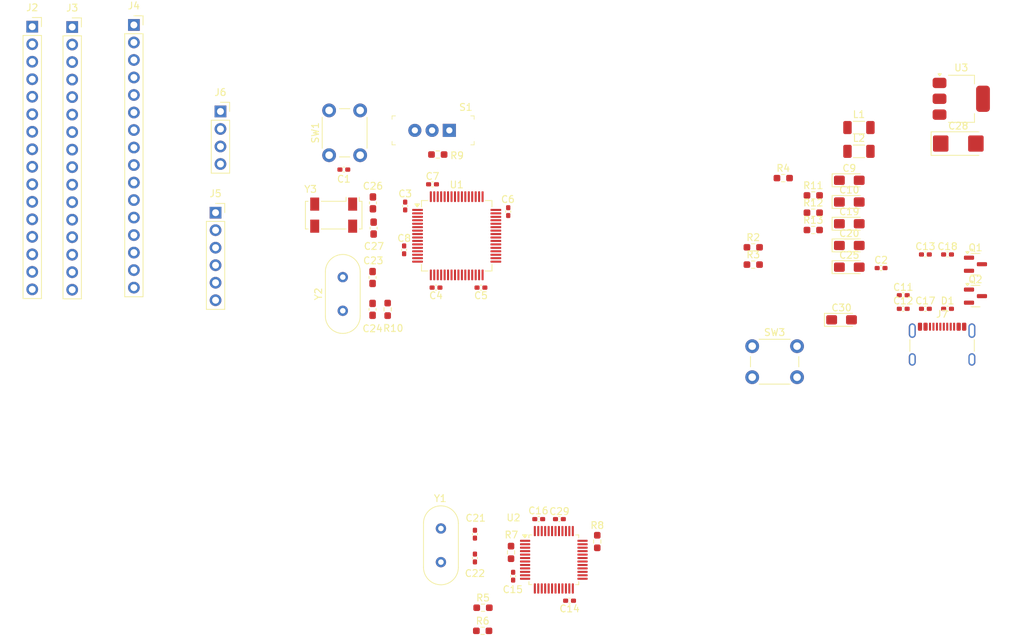
<source format=kicad_pcb>
(kicad_pcb (version 20241229) (generator "pcbnew") (generator_version "9.0")
  (title_block (date "2025-05-01") (rev "v0.1") (comment 4 "Author: Alvin La"))
  (layers (0 "F.Cu" signal) (4 "In1.Cu" signal) (6 "In2.Cu" signal) (2 "B.Cu" signal) (13 "F.Paste" user) (15 "B.Paste" user) (5 "F.SilkS" user "F.Silkscreen") (7 "B.SilkS" user "B.Silkscreen") (1 "F.Mask" user) (3 "B.Mask" user) (25 "Edge.Cuts" user))
  (net 0 "")
  (net 1 "/NRST")
  (net 2 "GND")
  (net 3 "/PC13")
  (net 4 "+3.3V")
  (net 5 "+5V")
  (net 6 "/VPLL")
  (net 7 "/VPHY")
  (net 8 "/OSC_IN")
  (net 9 "/OSC32_OUT")
  (net 10 "Net-(Q1-S)")
  (net 11 "Net-(D1-A)")
  (net 12 "/PA2")
  (net 13 "/PA7")
  (net 14 "/USART1_TX")
  (net 15 "/PA0")
  (net 16 "/PA6")
  (net 17 "/PA5")
  (net 18 "/PA11")
  (net 19 "/PA4")
  (net 20 "/PA1")
  (net 21 "/SWDIO")
  (net 22 "/PA8")
  (net 23 "/PA15")
  (net 24 "/PA12")
  (net 25 "/USART1_RX")
  (net 26 "/PA3")
  (net 27 "/SWCLK")
  (net 28 "/PB1")
  (net 29 "/PB5")
  (net 30 "/PB14")
  (net 31 "/PB7")
  (net 32 "/PB6")
  (net 33 "/PB15")
  (net 34 "/PB10")
  (net 35 "/PB2")
  (net 36 "/PB4")
  (net 37 "/PB12")
  (net 38 "/PB11")
  (net 39 "/PB13")
  (net 40 "/PB9")
  (net 41 "/PB0")
  (net 42 "/PB8")
  (net 43 "/PB3")
  (net 44 "/PC12")
  (net 45 "/PC1")
  (net 46 "/PC10")
  (net 47 "/PC11")
  (net 48 "/PD2")
  (net 49 "/PC7")
  (net 50 "/PC0")
  (net 51 "/PC9")
  (net 52 "/PC6")
  (net 53 "/PC5")
  (net 54 "/PC2")
  (net 55 "/PC4")
  (net 56 "/PC3")
  (net 57 "/PC8")
  (net 59 "/VIN")
  (net 60 "/D+")
  (net 61 "/D-")
  (net 63 "Net-(J7-CC1)")
  (net 64 "Net-(J7-CC2)")
  (net 66 "/OSC_OUT")
  (net 86 "/OSC32_IN")
  (net 87 "/OSC_OUT_R")
  (net 88 "/BOOT0")
  (net 89 "/SW_R")
  (net 90 "/XCSI")
  (net 91 "/XCSO")
  (net 92 "/VCCA")
  (net 93 "/VCCCORE")
  (net 94 "/DM")
  (net 95 "/DP")
  (net 96 "/REF")
  (net 97 "/RESET")
  (footprint "Connector_PinSocket_2.54mm:PinSocket_1x04_P2.54mm_Vertical" (layer "F.Cu") (at 48.26 69.088)
    (property "Reference" "J6" (at 0 -2.77 0) (layer "F.SilkS"))
    (property "Value" "Conn_01x04")
    (pad "1" thru_hole rect (at 0 0) (size 1.7 1.7) (drill 1) (layers "*.Cu" "*.Mask") (net 27 "/SWCLK"))
    (pad "2" thru_hole oval (at 0 2.54) (size 1.7 1.7) (drill 1) (layers "*.Cu" "*.Mask") (net 21 "/SWDIO"))
    (pad "3" thru_hole oval (at 0 5.08) (size 1.7 1.7) (drill 1) (layers "*.Cu" "*.Mask") (net 2 "GND"))
    (pad "4" thru_hole oval (at 0 7.62) (size 1.7 1.7) (drill 1) (layers "*.Cu" "*.Mask") (net 4 "+3.3V"))
  )
  (footprint "Resistor_SMD:R_0603_1608Metric_Pad0.98x0.95mm_HandSolder" (layer "F.Cu") (at 90.3732 133.0452 90)
    (property "Reference" "R7" (at 2.54 0.0508 180) (layer "F.SilkS"))
    (property "Value" "12k" (hide yes))
    (pad "1" smd roundrect (at -0.9125 0 90) (size 0.975 0.95) (layers "F.Cu" "F.Mask" "F.Paste") (net 96 "/REF"))
    (pad "2" smd roundrect (at 0.9125 0 90) (size 0.975 0.95) (layers "F.Cu" "F.Mask" "F.Paste") (net 2 "GND"))
  )
  (footprint "Connector_PinSocket_2.54mm:PinSocket_1x06_P2.54mm_Vertical" (layer "F.Cu") (at 47.5488 83.7692)
    (property "Reference" "J5" (at 0 -2.77 0) (layer "F.SilkS"))
    (property "Value" "Conn_01x06")
    (pad "1" thru_hole rect (at 0 0) (size 1.7 1.7) (drill 1) (layers "*.Cu" "*.Mask") (net 1 "/NRST"))
    (pad "2" thru_hole oval (at 0 2.54) (size 1.7 1.7) (drill 1) (layers "*.Cu" "*.Mask") (net 5 "+5V"))
    (pad "3" thru_hole oval (at 0 5.08) (size 1.7 1.7) (drill 1) (layers "*.Cu" "*.Mask") (net 4 "+3.3V"))
    (pad "4" thru_hole oval (at 0 7.62) (size 1.7 1.7) (drill 1) (layers "*.Cu" "*.Mask") (net 2 "GND"))
    (pad "5" thru_hole oval (at 0 10.16) (size 1.7 1.7) (drill 1) (layers "*.Cu" "*.Mask") (net 2 "GND"))
    (pad "6" thru_hole oval (at 0 12.7) (size 1.7 1.7) (drill 1) (layers "*.Cu" "*.Mask") (net 59 "/VIN"))
  )
  (footprint "Capacitor_SMD:C_0402_1005Metric_Pad0.74x0.62mm_HandSolder" (layer "F.Cu") (at 75.0316 82.804 90)
    (property "Reference" "C3" (at 1.778 0 180) (layer "F.SilkS"))
    (property "Value" "100n" (hide yes))
    (pad "1" smd roundrect (at -0.5675 0 90) (size 0.735 0.62) (layers "F.Cu" "F.Mask" "F.Paste") (net 4 "+3.3V"))
    (pad "2" smd roundrect (at 0.5675 0 90) (size 0.735 0.62) (layers "F.Cu" "F.Mask" "F.Paste") (net 2 "GND"))
  )
  (footprint "Connector_PinSocket_2.54mm:PinSocket_1x16_P2.54mm_Vertical" (layer "F.Cu") (at 35.7124 56.5404)
    (property "Reference" "J4" (at 0 -2.77 0) (layer "F.SilkS"))
    (property "Value" "Conn_01x16")
    (pad "1" thru_hole rect (at 0 0) (size 1.7 1.7) (drill 1) (layers "*.Cu" "*.Mask") (net 50 "/PC0"))
    (pad "2" thru_hole oval (at 0 2.54) (size 1.7 1.7) (drill 1) (layers "*.Cu" "*.Mask") (net 45 "/PC1"))
    (pad "3" thru_hole oval (at 0 5.08) (size 1.7 1.7) (drill 1) (layers "*.Cu" "*.Mask") (net 54 "/PC2"))
    (pad "4" thru_hole oval (at 0 7.62) (size 1.7 1.7) (drill 1) (layers "*.Cu" "*.Mask") (net 56 "/PC3"))
    (pad "5" thru_hole oval (at 0 10.16) (size 1.7 1.7) (drill 1) (layers "*.Cu" "*.Mask") (net 55 "/PC4"))
    (pad "6" thru_hole oval (at 0 12.7) (size 1.7 1.7) (drill 1) (layers "*.Cu" "*.Mask") (net 53 "/PC5"))
    (pad "7" thru_hole oval (at 0 15.24) (size 1.7 1.7) (drill 1) (layers "*.Cu" "*.Mask") (net 52 "/PC6"))
    (pad "8" thru_hole oval (at 0 17.78) (size 1.7 1.7) (drill 1) (layers "*.Cu" "*.Mask") (net 49 "/PC7"))
    (pad "9" thru_hole oval (at 0 20.32) (size 1.7 1.7) (drill 1) (layers "*.Cu" "*.Mask") (net 57 "/PC8"))
    (pad "10" thru_hole oval (at 0 22.86) (size 1.7 1.7) (drill 1) (layers "*.Cu" "*.Mask") (net 51 "/PC9"))
    (pad "11" thru_hole oval (at 0 25.4) (size 1.7 1.7) (drill 1) (layers "*.Cu" "*.Mask") (net 46 "/PC10"))
    (pad "12" thru_hole oval (at 0 27.94) (size 1.7 1.7) (drill 1) (layers "*.Cu" "*.Mask") (net 47 "/PC11"))
    (pad "13" thru_hole oval (at 0 30.48) (size 1.7 1.7) (drill 1) (layers "*.Cu" "*.Mask") (net 44 "/PC12"))
    (pad "14" thru_hole oval (at 0 33.02) (size 1.7 1.7) (drill 1) (layers "*.Cu" "*.Mask") (net 3 "/PC13"))
    (pad "15" thru_hole oval (at 0 35.56) (size 1.7 1.7) (drill 1) (layers "*.Cu" "*.Mask"))
    (pad "16" thru_hole oval (at 0 38.1) (size 1.7 1.7) (drill 1) (layers "*.Cu" "*.Mask") (net 48 "/PD2"))
  )
  (footprint "Resistor_SMD:R_0603_1608Metric_Pad0.98x0.95mm_HandSolder" (layer "F.Cu") (at 129.8268 78.754)
    (property "Reference" "R4" (at 0 -1.43 0) (layer "F.SilkS"))
    (property "Value" "5k1")
    (pad "1" smd roundrect (at -0.9125 0) (size 0.975 0.95) (layers "F.Cu" "F.Mask" "F.Paste") (net 2 "GND"))
    (pad "2" smd roundrect (at 0.9125 0) (size 0.975 0.95) (layers "F.Cu" "F.Mask" "F.Paste") (net 64 "Net-(J7-CC2)"))
  )
  (footprint "Resistor_SMD:R_0603_1608Metric_Pad0.98x0.95mm_HandSolder" (layer "F.Cu") (at 86.3111 141.0716)
    (property "Reference" "R5" (at 0 -1.43 0) (layer "F.SilkS"))
    (property "Value" "22" (hide yes))
    (pad "1" smd roundrect (at -0.9125 0) (size 0.975 0.95) (layers "F.Cu" "F.Mask" "F.Paste") (net 94 "/DM"))
    (pad "2" smd roundrect (at 0.9125 0) (size 0.975 0.95) (layers "F.Cu" "F.Mask" "F.Paste") (net 61 "/D-"))
  )
  (footprint "Resistor_SMD:R_0603_1608Metric_Pad0.98x0.95mm_HandSolder" (layer "F.Cu") (at 134.1768 81.264)
    (property "Reference" "R11" (at 0 -1.43 0) (layer "F.SilkS"))
    (property "Value" "100k")
    (pad "1" smd roundrect (at -0.9125 0) (size 0.975 0.95) (layers "F.Cu" "F.Mask" "F.Paste") (net 2 "GND"))
    (pad "2" smd roundrect (at 0.9125 0) (size 0.975 0.95) (layers "F.Cu" "F.Mask" "F.Paste") (net 5 "+5V"))
  )
  (footprint "Capacitor_SMD:C_0402_1005Metric_Pad0.74x0.62mm_HandSolder" (layer "F.Cu") (at 98.8568 140.0556 180)
    (property "Reference" "C14" (at 0 -1.16 0) (layer "F.SilkS"))
    (property "Value" "100n" (hide yes))
    (pad "1" smd roundrect (at -0.5675 0 180) (size 0.735 0.62) (layers "F.Cu" "F.Mask" "F.Paste") (net 4 "+3.3V"))
    (pad "2" smd roundrect (at 0.5675 0 180) (size 0.735 0.62) (layers "F.Cu" "F.Mask" "F.Paste") (net 2 "GND"))
  )
  (footprint "Inductor_SMD:L_1206_3216Metric_Pad1.22x1.90mm_HandSolder" (layer "F.Cu") (at 140.7968 71.424)
    (property "Reference" "L1" (at 0 -1.9 0) (layer "F.SilkS"))
    (property "Value" "600R/0.5A")
    (pad "1" smd roundrect (at -1.6625 0) (size 1.225 1.9) (layers "F.Cu" "F.Mask" "F.Paste") (roundrect_rratio 0.204082) (net 4 "+3.3V"))
    (pad "2" smd roundrect (at 1.6625 0) (size 1.225 1.9) (layers "F.Cu" "F.Mask" "F.Paste") (roundrect_rratio 0.204082) (net 6 "/VPLL"))
  )
  (footprint "Resistor_SMD:R_0603_1608Metric_Pad0.98x0.95mm_HandSolder" (layer "F.Cu") (at 125.4768 88.794)
    (property "Reference" "R2" (at 0 -1.43 0) (layer "F.SilkS"))
    (property "Value" "10k")
    (pad "1" smd roundrect (at -0.9125 0) (size 0.975 0.95) (layers "F.Cu" "F.Mask" "F.Paste") (net 3 "/PC13"))
    (pad "2" smd roundrect (at 0.9125 0) (size 0.975 0.95) (layers "F.Cu" "F.Mask" "F.Paste") (net 4 "+3.3V"))
  )
  (footprint "Button_Switch_THT:SW_PUSH_6mm_H5mm" (layer "F.Cu") (at 125.3268 103.134)
    (property "Reference" "SW3" (at 3.25 -2 0) (layer "F.SilkS"))
    (property "Value" "SW_Push")
    (pad "1" thru_hole circle (at 0 0 90) (size 2 2) (drill 1.1) (layers "*.Cu" "*.Mask") (net 2 "GND"))
    (pad "1" thru_hole circle (at 6.5 0 90) (size 2 2) (drill 1.1) (layers "*.Cu" "*.Mask") (net 2 "GND"))
    (pad "2" thru_hole circle (at 0 4.5 90) (size 2 2) (drill 1.1) (layers "*.Cu" "*.Mask") (net 3 "/PC13"))
    (pad "2" thru_hole circle (at 6.5 4.5 90) (size 2 2) (drill 1.1) (layers "*.Cu" "*.Mask") (net 3 "/PC13"))
  )
  (footprint "Package_TO_SOT_SMD:SOT-223-3_TabPin2" (layer "F.Cu") (at 155.6268 67.249)
    (property "Reference" "U3" (at 0 -4.5 0) (layer "F.SilkS"))
    (property "Value" "AMS1117-3.3")
    (pad "1" smd roundrect (at -3.15 -2.3) (size 2 1.5) (layers "F.Cu" "F.Mask" "F.Paste") (net 2 "GND"))
    (pad "2" smd roundrect (at -3.15 0) (size 2 1.5) (layers "F.Cu" "F.Mask" "F.Paste") (net 4 "+3.3V"))
    (pad "2" smd roundrect (at 3.15 0) (size 2 3.8) (layers "F.Cu" "F.Mask" "F.Paste") (net 4 "+3.3V"))
    (pad "3" smd roundrect (at -3.15 2.3) (size 2 1.5) (layers "F.Cu" "F.Mask" "F.Paste") (net 10 "Net-(Q1-S)"))
  )
  (footprint "Capacitor_SMD:C_0402_1005Metric_Pad0.74x0.62mm_HandSolder" (layer "F.Cu") (at 97.3836 128.2192 180)
    (property "Reference" "C29" (at 0 1.1176 0) (layer "F.SilkS"))
    (property "Value" "100n" (hide yes))
    (pad "1" smd roundrect (at -0.5675 0 180) (size 0.735 0.62) (layers "F.Cu" "F.Mask" "F.Paste") (net 5 "+5V"))
    (pad "2" smd roundrect (at 0.5675 0 180) (size 0.735 0.62) (layers "F.Cu" "F.Mask" "F.Paste") (net 2 "GND"))
  )
  (footprint "Capacitor_SMD:C_0402_1005Metric_Pad0.74x0.62mm_HandSolder" (layer "F.Cu") (at 147.2168 97.714)
    (property "Reference" "C12" (at 0 -1.16 0) (layer "F.SilkS"))
    (property "Value" "100n")
    (pad "1" smd roundrect (at -0.5675 0) (size 0.735 0.62) (layers "F.Cu" "F.Mask" "F.Paste") (net 2 "GND"))
    (pad "2" smd roundrect (at 0.5675 0) (size 0.735 0.62) (layers "F.Cu" "F.Mask" "F.Paste") (net 92 "/VCCA"))
  )
  (footprint "Inductor_SMD:L_1206_3216Metric_Pad1.22x1.90mm_HandSolder" (layer "F.Cu") (at 140.7968 74.874)
    (property "Reference" "L2" (at 0 -1.9 0) (layer "F.SilkS"))
    (property "Value" "600R/0.5A")
    (pad "1" smd roundrect (at -1.6625 0) (size 1.225 1.9) (layers "F.Cu" "F.Mask" "F.Paste") (roundrect_rratio 0.204082) (net 4 "+3.3V"))
    (pad "2" smd roundrect (at 1.6625 0) (size 1.225 1.9) (layers "F.Cu" "F.Mask" "F.Paste") (roundrect_rratio 0.204082) (net 7 "/VPHY"))
  )
  (footprint "Capacitor_SMD:C_0402_1005Metric_Pad0.74x0.62mm_HandSolder" (layer "F.Cu") (at 153.6368 89.834)
    (property "Reference" "C18" (at 0 -1.16 0) (layer "F.SilkS"))
    (property "Value" "100n")
    (pad "1" smd roundrect (at -0.5675 0) (size 0.735 0.62) (layers "F.Cu" "F.Mask" "F.Paste") (net 7 "/VPHY"))
    (pad "2" smd roundrect (at 0.5675 0) (size 0.735 0.62) (layers "F.Cu" "F.Mask" "F.Paste") (net 2 "GND"))
  )
  (footprint "Capacitor_SMD:C_0402_1005Metric_Pad0.74x0.62mm_HandSolder" (layer "F.Cu") (at 79.502 94.6404 180)
    (property "Reference" "C4" (at 0 -1.16 0) (layer "F.SilkS"))
    (property "Value" "100n")
    (pad "1" smd roundrect (at -0.5675 0 180) (size 0.735 0.62) (layers "F.Cu" "F.Mask" "F.Paste") (net 4 "+3.3V"))
    (pad "2" smd roundrect (at 0.5675 0 180) (size 0.735 0.62) (layers "F.Cu" "F.Mask" "F.Paste") (net 2 "GND"))
  )
  (footprint "Capacitor_SMD:C_0402_1005Metric_Pad0.74x0.62mm_HandSolder" (layer "F.Cu") (at 85.1408 130.4036 90)
    (property "Reference" "C21" (at 2.3368 0.1016 180) (layer "F.SilkS"))
    (property "Value" "27p")
    (pad "1" smd roundrect (at -0.5675 0 90) (size 0.735 0.62) (layers "F.Cu" "F.Mask" "F.Paste") (net 90 "/XCSI"))
    (pad "2" smd roundrect (at 0.5675 0 90) (size 0.735 0.62) (layers "F.Cu" "F.Mask" "F.Paste") (net 2 "GND"))
  )
  (footprint "Crystal:Crystal_HC49-4H_Vertical" (layer "F.Cu") (at 80.2132 129.5792 -90)
    (property "Reference" "Y1" (at -4.3572 0.1016 180) (layer "F.SilkS"))
    (property "Value" "12MHz")
    (pad "1" thru_hole circle (at 0 0 270) (size 1.5 1.5) (drill 0.8) (layers "*.Cu" "*.Mask") (net 90 "/XCSI"))
    (pad "2" thru_hole circle (at 4.88 0 270) (size 1.5 1.5) (drill 0.8) (layers "*.Cu" "*.Mask") (net 91 "/XCSO"))
  )
  (footprint "Resistor_SMD:R_0603_1608Metric_Pad0.98x0.95mm_HandSolder" (layer "F.Cu") (at 102.87 131.4704 90)
    (property "Reference" "R8" (at 2.3368 0 180) (layer "F.SilkS"))
    (property "Value" "10k" (hide yes))
    (pad "1" smd roundrect (at -0.9125 0 90) (size 0.975 0.95) (layers "F.Cu" "F.Mask" "F.Paste") (net 97 "/RESET"))
    (pad "2" smd roundrect (at 0.9125 0 90) (size 0.975 0.95) (layers "F.Cu" "F.Mask" "F.Paste") (net 4 "+3.3V"))
  )
  (footprint "Capacitor_Tantalum_SMD:CP_EIA-3216-18_Kemet-A_Pad1.58x1.35mm_HandSolder" (layer "F.Cu") (at 138.2776 99.314)
    (property "Reference" "C30" (at 0 -1.75 0) (layer "F.SilkS"))
    (property "Value" "4.7u")
    (pad "1" smd roundrect (at -1.4375 0) (size 1.575 1.35) (layers "F.Cu" "F.Mask" "F.Paste") (roundrect_rratio 0.185185) (net 5 "+5V"))
    (pad "2" smd roundrect (at 1.4375 0) (size 1.575 1.35) (layers "F.Cu" "F.Mask" "F.Paste") (roundrect_rratio 0.185185) (net 2 "GND"))
  )
  (footprint "Resistor_SMD:R_0603_1608Metric_Pad0.98x0.95mm_HandSolder" (layer "F.Cu") (at 125.4768 91.304)
    (property "Reference" "R3" (at 0 -1.43 0) (layer "F.SilkS"))
    (property "Value" "5k1")
    (pad "1" smd roundrect (at -0.9125 0) (size 0.975 0.95) (layers "F.Cu" "F.Mask" "F.Paste") (net 63 "Net-(J7-CC1)"))
    (pad "2" smd roundrect (at 0.9125 0) (size 0.975 0.95) (layers "F.Cu" "F.Mask" "F.Paste") (net 2 "GND"))
  )
  (footprint "Capacitor_SMD:C_0402_1005Metric_Pad0.74x0.62mm_HandSolder" (layer "F.Cu") (at 74.8792 89.1627 90)
    (property "Reference" "C8" (at 1.6851 0 180) (layer "F.SilkS"))
    (property "Value" "10n" (hide yes))
    (pad "1" smd roundrect (at -0.5675 0 90) (size 0.735 0.62) (layers "F.Cu" "F.Mask" "F.Paste") (net 4 "+3.3V"))
    (pad "2" smd roundrect (at 0.5675 0 90) (size 0.735 0.62) (layers "F.Cu" "F.Mask" "F.Paste") (net 2 "GND"))
  )
  (footprint "Resistor_SMD:R_0603_1608Metric_Pad0.98x0.95mm_HandSolder" (layer "F.Cu") (at 86.2603 144.4244)
    (property "Reference" "R6" (at 0 -1.43 0) (layer "F.SilkS"))
    (property "Value" "22" (hide yes))
    (pad "1" smd roundrect (at -0.9125 0) (size 0.975 0.95) (layers "F.Cu" "F.Mask" "F.Paste") (net 95 "/DP"))
    (pad "2" smd roundrect (at 0.9125 0) (size 0.975 0.95) (layers "F.Cu" "F.Mask" "F.Paste") (net 60 "/D+"))
  )
  (footprint "Capacitor_SMD:C_0603_1608Metric_Pad1.08x0.95mm_HandSolder" (layer "F.Cu") (at 70.3569 82.349 90)
    (property "Reference" "C26" (at 2.4406 0.0011 180) (layer "F.SilkS"))
    (property "Value" "6p")
    (pad "1" smd roundrect (at -0.8625 0 90) (size 1.075 0.95) (layers "F.Cu" "F.Mask" "F.Paste") (net 86 "/OSC32_IN"))
    (pad "2" smd roundrect (at 0.8625 0 90) (size 1.075 0.95) (layers "F.Cu" "F.Mask" "F.Paste") (net 2 "GND"))
  )
  (footprint "Capacitor_SMD:C_0402_1005Metric_Pad0.74x0.62mm_HandSolder" (layer "F.Cu") (at 150.4268 97.714)
    (property "Reference" "C17" (at 0 -1.16 0) (layer "F.SilkS"))
    (property "Value" "100n")
    (pad "1" smd roundrect (at -0.5675 0) (size 0.735 0.62) (layers "F.Cu" "F.Mask" "F.Paste") (net 6 "/VPLL"))
    (pad "2" smd roundrect (at 0.5675 0) (size 0.735 0.62) (layers "F.Cu" "F.Mask" "F.Paste") (net 2 "GND"))
  )
  (footprint "Connector_USB:USB_C_Receptacle_GCT_USB4105-xx-A_16P_TopMnt_Horizontal" (layer "F.Cu") (at 152.8468 103.984)
    (property "Reference" "J7" (at 0 -5.5 0) (layer "F.SilkS"))
    (property "Value" "USB_C_Receptacle_USB2.0_16P")
    (pad "" np_thru_hole circle (at -2.89 -2.605) (size 0.65 0.65) (drill 0.65) (layers "F&B.Cu" "*.Mask"))
    (pad "" np_thru_hole circle (at 2.89 -2.605) (size 0.65 0.65) (drill 0.65) (layers "F&B.Cu" "*.Mask"))
    (pad "A1" smd roundrect (at -3.2 -3.68) (size 0.6 1.15) (layers "F.Cu" "F.Mask" "F.Paste") (net 2 "GND"))
    (pad "A4" smd roundrect (at -2.4 -3.68) (size 0.6 1.15) (layers "F.Cu" "F.Mask" "F.Paste") (net 5 "+5V"))
    (pad "A5" smd roundrect (at -1.25 -3.68) (size 0.3 1.15) (layers "F.Cu" "F.Mask" "F.Paste") (net 63 "Net-(J7-CC1)"))
    (pad "A6" smd roundrect (at -0.25 -3.68) (size 0.3 1.15) (layers "F.Cu" "F.Mask" "F.Paste") (net 60 "/D+"))
    (pad "A7" smd roundrect (at 0.25 -3.68) (size 0.3 1.15) (layers "F.Cu" "F.Mask" "F.Paste") (net 61 "/D-"))
    (pad "A8" smd roundrect (at 1.25 -3.68) (size 0.3 1.15) (layers "F.Cu" "F.Mask" "F.Paste"))
    (pad "A9" smd roundrect (at 2.4 -3.68) (size 0.6 1.15) (layers "F.Cu" "F.Mask" "F.Paste") (net 5 "+5V"))
    (pad "A12" smd roundrect (at 3.2 -3.68) (size 0.6 1.15) (layers "F.Cu" "F.Mask" "F.Paste") (net 2 "GND"))
    (pad "B1" smd roundrect (at 3.2 -3.68) (size 0.6 1.15) (layers "F.Cu" "F.Mask" "F.Paste") (net 2 "GND"))
    (pad "B4" smd roundrect (at 2.4 -3.68) (size 0.6 1.15) (layers "F.Cu" "F.Mask" "F.Paste") (net 5 "+5V"))
    (pad "B5" smd roundrect (at 1.75 -3.68) (size 0.3 1.15) (layers "F.Cu" "F.Mask" "F.Paste") (net 64 "Net-(J7-CC2)"))
    (pad "B6" smd roundrect (at 0.75 -3.68) (size 0.3 1.15) (layers "F.Cu" "F.Mask" "F.Paste") (net 60 "/D+"))
    (pad "B7" smd roundrect (at -0.75 -3.68) (size 0.3 1.15) (layers "F.Cu" "F.Mask" "F.Paste") (net 61 "/D-"))
    (pad "B8" smd roundrect (at -1.75 -3.68) (size 0.3 1.15) (layers "F.Cu" "F.Mask" "F.Paste"))
    (pad "B9" smd roundrect (at -2.4 -3.68) (size 0.6 1.15) (layers "F.Cu" "F.Mask" "F.Paste") (net 5 "+5V"))
    (pad "B12" smd roundrect (at -3.2 -3.68) (size 0.6 1.15) (layers "F.Cu" "F.Mask" "F.Paste") (net 2 "GND"))
    (pad "S1" thru_hole oval (at -4.32 -3.105) (size 1 2.1) (drill oval 0.6 1.7) (property pad_prop_heatsink) (layers "*.Cu" "*.Mask" "F.Paste") (net 2 "GND"))
    (pad "S1" thru_hole oval (at -4.32 1.075) (size 1 1.8) (drill oval 0.6 1.4) (property pad_prop_heatsink) (layers "*.Cu" "*.Mask" "F.Paste") (net 2 "GND"))
    (pad "S1" thru_hole oval (at 4.32 -3.105) (size 1 2.1) (drill oval 0.6 1.7) (property pad_prop_heatsink) (layers "*.Cu" "*.Mask" "F.Paste") (net 2 "GND"))
    (pad "S1" thru_hole oval (at 4.32 1.075) (size 1 1.8) (drill oval 0.6 1.4) (property pad_prop_heatsink) (layers "*.Cu" "*.Mask" "F.Paste") (net 2 "GND"))
  )
  (footprint "Connector_PinSocket_2.54mm:PinSocket_1x16_P2.54mm_Vertical" (layer "F.Cu") (at 26.7716 56.8452)
    (property "Reference" "J3" (at 0 -2.77 0) (layer "F.SilkS"))
    (property "Value" "Conn_01x16")
    (pad "1" thru_hole rect (at 0 0) (size 1.7 1.7) (drill 1) (layers "*.Cu" "*.Mask") (net 41 "/PB0"))
    (pad "2" thru_hole oval (at 0 2.54) (size 1.7 1.7) (drill 1) (layers "*.Cu" "*.Mask") (net 28 "/PB1"))
    (pad "3" thru_hole oval (at 0 5.08) (size 1.7 1.7) (drill 1) (layers "*.Cu" "*.Mask") (net 35 "/PB2"))
    (pad "4" thru_hole oval (at 0 7.62) (size 1.7 1.7) (drill 1) (layers "*.Cu" "*.Mask") (net 43 "/PB3"))
    (pad "5" thru_hole oval (at 0 10.16) (size 1.7 1.7) (drill 1) (layers "*.Cu" "*.Mask") (net 36 "/PB4"))
    (pad "6" thru_hole oval (at 0 12.7) (size 1.7 1.7) (drill 1) (layers "*.Cu" "*.Mask") (net 29 "/PB5"))
    (pad "7" thru_hole oval (at 0 15.24) (size 1.7 1.7) (drill 1) (layers "*.Cu" "*.Mask") (net 32 "/PB6"))
    (pad "8" thru_hole oval (at 0 17.78) (size 1.7 1.7) (drill 1) (layers "*.Cu" "*.Mask") (net 31 "/PB7"))
    (pad "9" thru_hole oval (at 0 20.32) (size 1.7 1.7) (drill 1) (layers "*.Cu" "*.Mask") (net 42 "/PB8"))
    (pad "10" thru_hole oval (at 0 22.86) (size 1.7 1.7) (drill 1) (layers "*.Cu" "*.Mask") (net 40 "/PB9"))
    (pad "11" thru_hole oval (at 0 25.4) (size 1.7 1.7) (drill 1) (layers "*.Cu" "*.Mask") (net 34 "/PB10"))
    (pad "12" thru_hole oval (at 0 27.94) (size 1.7 1.7) (drill 1) (layers "*.Cu" "*.Mask") (net 38 "/PB11"))
    (pad "13" thru_hole oval (at 0 30.48) (size 1.7 1.7) (drill 1) (layers "*.Cu" "*.Mask") (net 37 "/PB12"))
    (pad "14" thru_hole oval (at 0 33.02) (size 1.7 1.7) (drill 1) (layers "*.Cu" "*.Mask") (net 39 "/PB13"))
    (pad "15" thru_hole oval (at 0 35.56) (size 1.7 1.7) (drill 1) (layers "*.Cu" "*.Mask") (net 30 "/PB14"))
    (pad "16" thru_hole oval (at 0 38.1) (size 1.7 1.7) (drill 1) (layers "*.Cu" "*.Mask") (net 33 "/PB15"))
  )
  (footprint "Crystal:Crystal_HC49-4H_Vertical" (layer "F.Cu") (at 65.9892 98.0002 90)
    (property "Reference" "Y2" (at 2.44 -3.525 90) (layer "F.SilkS"))
    (property "Value" "8MHz")
    (pad "1" thru_hole circle (at 0 0 90) (size 1.5 1.5) (drill 0.8) (layers "*.Cu" "*.Mask") (net 87 "/OSC_OUT_R"))
    (pad "2" thru_hole circle (at 4.88 0 90) (size 1.5 1.5) (drill 0.8) (layers "*.Cu" "*.Mask") (net 8 "/OSC_IN"))
  )
  (footprint "Button_Switch_THT:SW_PUSH_6mm_H5mm" (layer "F.Cu") (at 64.008 75.4356 90)
    (property "Reference" "SW1" (at 3.25 -2 90) (layer "F.SilkS"))
    (property "Value" "SW_Push")
    (pad "1" thru_hole circle (at 0 0 180) (size 2 2) (drill 1.1) (layers "*.Cu" "*.Mask") (net 2 "GND"))
    (pad "1" thru_hole circle (at 6.5 0 180) (size 2 2) (drill 1.1) (layers "*.Cu" "*.Mask") (net 2 "GND"))
    (pad "2" thru_hole circle (at 0 4.5 180) (size 2 2) (drill 1.1) (layers "*.Cu" "*.Mask") (net 1 "/NRST"))
    (pad "2" thru_hole circle (at 6.5 4.5 180) (size 2 2) (drill 1.1) (layers "*.Cu" "*.Mask") (net 1 "/NRST"))
  )
  (footprint "Package_TO_SOT_SMD:SOT-23" (layer "F.Cu") (at 157.6868 91.249)
    (property "Reference" "Q1" (at 0 -2.4 0) (layer "F.SilkS"))
    (property "Value" "DMP3099L")
    (pad "1" smd roundrect (at -0.9375 -0.95) (size 1.475 0.6) (layers "F.Cu" "F.Mask" "F.Paste") (net 5 "+5V"))
    (pad "2" smd roundrect (at -0.9375 0.95) (size 1.475 0.6) (layers "F.Cu" "F.Mask" "F.Paste") (net 10 "Net-(Q1-S)"))
    (pad "3" smd roundrect (at 0.9375 0) (size 1.475 0.6) (layers "F.Cu" "F.Mask" "F.Paste") (net 59 "/VIN"))
  )
  (footprint "Capacitor_SMD:C_0402_1005Metric_Pad0.74x0.62mm_HandSolder" (layer "F.Cu") (at 86.0131 94.6404 180)
    (property "Reference" "C5" (at 0 -1.16 0) (layer "F.SilkS"))
    (property "Value" "100n")
    (pad "1" smd roundrect (at -0.5675 0 180) (size 0.735 0.62) (layers "F.Cu" "F.Mask" "F.Paste") (net 4 "+3.3V"))
    (pad "2" smd roundrect (at 0.5675 0 180) (size 0.735 0.62) (layers "F.Cu" "F.Mask" "F.Paste") (net 2 "GND"))
  )
  (footprint "Capacitor_SMD:C_0402_1005Metric_Pad0.74x0.62mm_HandSolder" (layer "F.Cu") (at 89.9668 83.6168 -90)
    (property "Reference" "C6" (at -1.778 0.0508 180) (layer "F.SilkS"))
    (property "Value" "100n" (hide yes))
    (pad "1" smd roundrect (at -0.5675 0 270) (size 0.735 0.62) (layers "F.Cu" "F.Mask" "F.Paste") (net 4 "+3.3V"))
    (pad "2" smd roundrect (at 0.5675 0 270) (size 0.735 0.62) (layers "F.Cu" "F.Mask" "F.Paste") (net 2 "GND"))
  )
  (footprint "Package_QFP:LQFP-64_10x10mm_P0.5mm" (layer "F.Cu") (at 82.4992 87.122)
    (property "Reference" "U1" (at 0 -7.4 0) (layer "F.SilkS"))
    (property "Value" "STM32F030RCTx")
    (pad "1" smd roundrect (at -5.675 -3.75) (size 1.55 0.3) (layers "F.Cu" "F.Mask" "F.Paste") (net 4 "+3.3V"))
    (pad "2" smd roundrect (at -5.675 -3.25) (size 1.55 0.3) (layers "F.Cu" "F.Mask" "F.Paste") (net 3 "/PC13"))
    (pad "3" smd roundrect (at -5.675 -2.75) (size 1.55 0.3) (layers "F.Cu" "F.Mask" "F.Paste") (net 86 "/OSC32_IN"))
    (pad "4" smd roundrect (at -5.675 -2.25) (size 1.55 0.3) (layers "F.Cu" "F.Mask" "F.Paste") (net 9 "/OSC32_OUT"))
    (pad "5" smd roundrect (at -5.675 -1.75) (size 1.55 0.3) (layers "F.Cu" "F.Mask" "F.Paste") (net 8 "/OSC_IN"))
    (pad "6" smd roundrect (at -5.675 -1.25) (size 1.55 0.3) (layers "F.Cu" "F.Mask" "F.Paste") (net 66 "/OSC_OUT"))
    (pad "7" smd roundrect (at -5.675 -0.75) (size 1.55 0.3) (layers "F.Cu" "F.Mask" "F.Paste") (net 1 "/NRST"))
    (pad "8" smd roundrect (at -5.675 -0.25) (size 1.55 0.3) (layers "F.Cu" "F.Mask" "F.Paste") (net 50 "/PC0"))
    (pad "9" smd roundrect (at -5.675 0.25) (size 1.55 0.3) (layers "F.Cu" "F.Mask" "F.Paste") (net 45 "/PC1"))
    (pad "10" smd roundrect (at -5.675 0.75) (size 1.55 0.3) (layers "F.Cu" "F.Mask" "F.Paste") (net 54 "/PC2"))
    (pad "11" smd roundrect (at -5.675 1.25) (size 1.55 0.3) (layers "F.Cu" "F.Mask" "F.Paste") (net 56 "/PC3"))
    (pad "12" smd roundrect (at -5.675 1.75) (size 1.55 0.3) (layers "F.Cu" "F.Mask" "F.Paste") (net 2 "GND"))
    (pad "13" smd roundrect (at -5.675 2.25) (size 1.55 0.3) (layers "F.Cu" "F.Mask" "F.Paste") (net 4 "+3.3V"))
    (pad "14" smd roundrect (at -5.675 2.75) (size 1.55 0.3) (layers "F.Cu" "F.Mask" "F.Paste") (net 15 "/PA0"))
    (pad "15" smd roundrect (at -5.675 3.25) (size 1.55 0.3) (layers "F.Cu" "F.Mask" "F.Paste") (net 20 "/PA1"))
    (pad "16" smd roundrect (at -5.675 3.75) (size 1.55 0.3) (layers "F.Cu" "F.Mask" "F.Paste") (net 12 "/PA2"))
    (pad "17" smd roundrect (at -3.75 5.675) (size 0.3 1.55) (layers "F.Cu" "F.Mask" "F.Paste") (net 26 "/PA3"))
    (pad "18" smd roundrect (at -3.25 5.675) (size 0.3 1.55) (layers "F.Cu" "F.Mask" "F.Paste") (net 2 "GND"))
    (pad "19" smd roundrect (at -2.75 5.675) (size 0.3 1.55) (layers "F.Cu" "F.Mask" "F.Paste") (net 4 "+3.3V"))
    (pad "20" smd roundrect (at -2.25 5.675) (size 0.3 1.55) (layers "F.Cu" "F.Mask" "F.Paste") (net 19 "/PA4"))
    (pad "21" smd roundrect (at -1.75 5.675) (size 0.3 1.55) (layers "F.Cu" "F.Mask" "F.Paste") (net 17 "/PA5"))
    (pad "22" smd roundrect (at -1.25 5.675) (size 0.3 1.55) (layers "F.Cu" "F.Mask" "F.Paste") (net 16 "/PA6"))
    (pad "23" smd roundrect (at -0.75 5.675) (size 0.3 1.55) (layers "F.Cu" "F.Mask" "F.Paste") (net 13 "/PA7"))
    (pad "24" smd roundrect (at -0.25 5.675) (size 0.3 1.55) (layers "F.Cu" "F.Mask" "F.Paste") (net 55 "/PC4"))
    (pad "25" smd roundrect (at 0.25 5.675) (size 0.3 1.55) (layers "F.Cu" "F.Mask" "F.Paste") (net 53 "/PC5"))
    (pad "26" smd roundrect (at 0.75 5.675) (size 0.3 1.55) (layers "F.Cu" "F.Mask" "F.Paste") (net 41 "/PB0"))
    (pad "27" smd roundrect (at 1.25 5.675) (size 0.3 1.55) (layers "F.Cu" "F.Mask" "F.Paste") (net 28 "/PB1"))
    (pad "28" smd roundrect (at 1.75 5.675) (size 0.3 1.55) (layers "F.Cu" "F.Mask" "F.Paste") (net 35 "/PB2"))
    (pad "29" smd roundrect (at 2.25 5.675) (size 0.3 1.55) (layers "F.Cu" "F.Mask" "F.Paste") (net 34 "/PB10"))
    (pad "30" smd roundrect (at 2.75 5.675) (size 0.3 1.55) (layers "F.Cu" "F.Mask" "F.Paste") (net 38 "/PB11"))
    (pad "31" smd roundrect (at 3.25 5.675) (size 0.3 1.55) (layers "F.Cu" "F.Mask" "F.Paste") (net 2 "GND"))
    (pad "32" smd roundrect (at 3.75 5.675) (size 0.3 1.55) (layers "F.Cu" "F.Mask" "F.Paste") (net 4 "+3.3V"))
    (pad "33" smd roundrect (at 5.675 3.75) (size 1.55 0.3) (layers "F.Cu" "F.Mask" "F.Paste") (net 37 "/PB12"))
    (pad "34" smd roundrect (at 5.675 3.25) (size 1.55 0.3) (layers "F.Cu" "F.Mask" "F.Paste") (net 39 "/PB13"))
    (pad "35" smd roundrect (at 5.675 2.75) (size 1.55 0.3) (layers "F.Cu" "F.Mask" "F.Paste") (net 30 "/PB14"))
    (pad "36" smd roundrect (at 5.675 2.25) (size 1.55 0.3) (layers "F.Cu" "F.Mask" "F.Paste") (net 33 "/PB15"))
    (pad "37" smd roundrect (at 5.675 1.75) (size 1.55 0.3) (layers "F.Cu" "F.Mask" "F.Paste") (net 52 "/PC6"))
    (pad "38" smd roundrect (at 5.675 1.25) (size 1.55 0.3) (layers "F.Cu" "F.Mask" "F.Paste") (net 49 "/PC7"))
    (pad "39" smd roundrect (at 5.675 0.75) (size 1.55 0.3) (layers "F.Cu" "F.Mask" "F.Paste") (net 57 "/PC8"))
    (pad "40" smd roundrect (at 5.675 0.25) (size 1.55 0.3) (layers "F.Cu" "F.Mask" "F.Paste") (net 51 "/PC9"))
    (pad "41" smd roundrect (at 5.675 -0.25) (size 1.55 0.3) (layers "F.Cu" "F.Mask" "F.Paste") (net 22 "/PA8"))
    (pad "42" smd roundrect (at 5.675 -0.75) (size 1.55 0.3) (layers "F.Cu" "F.Mask" "F.Paste") (net 14 "/USART1_TX"))
    (pad "43" smd roundrect (at 5.675 -1.25) (size 1.55 0.3) (layers "F.Cu" "F.Mask" "F.Paste") (net 25 "/USART1_RX"))
    (pad "44" smd roundrect (at 5.675 -1.75) (size 1.55 0.3) (layers "F.Cu" "F.Mask" "F.Paste") (net 18 "/PA11"))
    (pad "45" smd roundrect (at 5.675 -2.25) (size 1.55 0.3) (layers "F.Cu" "F.Mask" "F.Paste") (net 24 "/PA12"))
    (pad "46" smd roundrect (at 5.675 -2.75) (size 1.55 0.3) (layers "F.Cu" "F.Mask" "F.Paste") (net 21 "/SWDIO"))
    (pad "47" smd roundrect (at 5.675 -3.25) (size 1.55 0.3) (layers "F.Cu" "F.Mask" "F.Paste") (net 2 "GND"))
    (pad "48" smd roundrect (at 5.675 -3.75) (size 1.55 0.3) (layers "F.Cu" "F.Mask" "F.Paste") (net 4 "+3.3V"))
    (pad "49" smd roundrect (at 3.75 -5.675) (size 0.3 1.55) (layers "F.Cu" "F.Mask" "F.Paste") (net 27 "/SWCLK"))
    (pad "50" smd roundrect (at 3.25 -5.675) (size 0.3 1.55) (layers "F.Cu" "F.Mask" "F.Paste") (net 23 "/PA15"))
    (pad "51" smd roundrect (at 2.75 -5.675) (size 0.3 1.55) (layers "F.Cu" "F.Mask" "F.Paste") (net 46 "/PC10"))
    (pad "52" smd roundrect (at 2.25 -5.675) (size 0.3 1.55) (layers "F.Cu" "F.Mask" "F.Paste") (net 47 "/PC11"))
    (pad "53" smd roundrect (at 1.75 -5.675) (size 0.3 1.55) (layers "F.Cu" "F.Mask" "F.Paste") (net 44 "/PC12"))
    (pad "54" smd roundrect (at 1.25 -5.675) (size 0.3 1.55) (layers "F.Cu" "F.Mask" "F.Paste") (net 48 "/PD2"))
    (pad "55" smd roundrect (at 0.75 -5.675) (size 0.3 1.55) (layers "F.Cu" "F.Mask" "F.Paste") (net 43 "/PB3"))
    (pad "56" smd roundrect (at 0.25 -5.675) (size 0.3 1.55) (layers "F.Cu" "F.Mask" "F.Paste") (net 36 "/PB4"))
    (pad "57" smd roundrect (at -0.25 -5.675) (size 0.3 1.55) (layers "F.Cu" "F.Mask" "F.Paste") (net 29 "/PB5"))
    (pad "58" smd roundrect (at -0.75 -5.675) (size 0.3 1.55) (layers "F.Cu" "F.Mask" "F.Paste") (net 32 "/PB6"))
    (pad "59" smd roundrect (at -1.25 -5.675) (size 0.3 1.55) (layers "F.Cu" "F.Mask" "F.Paste") (net 31 "/PB7"))
    (pad "60" smd roundrect (at -1.75 -5.675) (size 0.3 1.55) (layers "F.Cu" "F.Mask" "F.Paste") (net 88 "/BOOT0"))
    (pad "61" smd roundrect (at -2.25 -5.675) (size 0.3 1.55) (layers "F.Cu" "F.Mask" "F.Paste") (net 42 "/PB8"))
    (pad "62" smd roundrect (at -2.75 -5.675) (size 0.3 1.55) (layers "F.Cu" "F.Mask" "F.Paste") (net 40 "/PB9"))
    (pad "63" smd roundrect (at -3.25 -5.675) (size 0.3 1.55) (layers "F.Cu" "F.Mask" "F.Paste") (net 2 "GND"))
    (pad "64" smd roundrect (at -3.75 -5.675) (size 0.3 1.55) (layers "F.Cu" "F.Mask" "F.Paste") (net 4 "+3.3V"))
  )
  (footprint "digikey-footprints:Switch_Slide_11.6x4mm_EG1218" (layer "F.Cu") (at 81.4324 71.8312 180)
    (property "Reference" "S1" (at -2.3876 3.3528 0) (layer "F.SilkS"))
    (property "Value" "EG1218")
    (pad "1" thru_hole rect (at 0 0 180) (size 1.9 1.9) (drill 0.9) (layers "*.Cu" "*.Mask") (net 2 "GND"))
    (pad "2" thru_hole circle (at 2.5 0 180) (size 1.9 1.9) (drill 0.9) (layers "*.Cu" "*.Mask") (net 89 "/SW_R"))
    (pad "3" thru_hole circle (at 5 0 180) (size 1.9 1.9) (drill 0.9) (layers "*.Cu" "*.Mask") (net 4 "+3.3V"))
  )
  (footprint "Package_TO_SOT_SMD:SOT-23" (layer "F.Cu") (at 157.6868 95.874)
    (property "Reference" "Q2" (at 0 -2.4 0) (layer "F.SilkS"))
    (property "Value" "DMP3099L")
    (pad "1" smd roundrect (at -0.9375 -0.95) (size 1.475 0.6) (layers "F.Cu" "F.Mask" "F.Paste") (net 59 "/VIN"))
    (pad "2" smd roundrect (at -0.9375 0.95) (size 1.475 0.6) (layers "F.Cu" "F.Mask" "F.Paste") (net 10 "Net-(Q1-S)"))
    (pad "3" smd roundrect (at 0.9375 0) (size 1.475 0.6) (layers "F.Cu" "F.Mask" "F.Paste") (net 5 "+5V"))
  )
  (footprint "Capacitor_SMD:C_0402_1005Metric_Pad0.74x0.62mm_HandSolder" (layer "F.Cu") (at 78.994 79.6544)
    (property "Reference" "C7" (at 0 -1.16 0) (layer "F.SilkS"))
    (property "Value" "100n" (hide yes))
    (pad "1" smd roundrect (at -0.5675 0) (size 0.735 0.62) (layers "F.Cu" "F.Mask" "F.Paste") (net 4 "+3.3V"))
    (pad "2" smd roundrect (at 0.5675 0) (size 0.735 0.62) (layers "F.Cu" "F.Mask" "F.Paste") (net 2 "GND"))
  )
  (footprint "Capacitor_SMD:C_0402_1005Metric_Pad0.74x0.62mm_HandSolder" (layer "F.Cu") (at 144.0068 91.804)
    (property "Reference" "C2" (at 0 -1.16 0) (layer "F.SilkS"))
    (property "Value" "100n")
    (pad "1" smd roundrect (at -0.5675 0) (size 0.735 0.62) (layers "F.Cu" "F.Mask" "F.Paste") (net 3 "/PC13"))
    (pad "2" smd roundrect (at 0.5675 0) (size 0.735 0.62) (layers "F.Cu" "F.Mask" "F.Paste") (net 2 "GND"))
  )
  (footprint "Capacitor_Tantalum_SMD:CP_EIA-3216-18_Kemet-A_Pad1.58x1.35mm_HandSolder" (layer "F.Cu") (at 139.3968 88.524)
    (property "Reference" "C20" (at 0 -1.75 0) (layer "F.SilkS"))
    (property "Value" "4.7u")
    (pad "1" smd roundrect (at -1.4375 0) (size 1.575 1.35) (layers "F.Cu" "F.Mask" "F.Paste") (roundrect_rratio 0.185185) (net 7 "/VPHY"))
    (pad "2" smd roundrect (at 1.4375 0) (size 1.575 1.35) (layers "F.Cu" "F.Mask" "F.Paste") (roundrect_rratio 0.185185) (net 2 "GND"))
  )
  (footprint "Capacitor_SMD:C_0603_1608Metric_Pad1.08x0.95mm_HandSolder" (layer "F.Cu") (at 70.3072 97.7911 -90)
    (property "Reference" "C24" (at 2.7967 0 180) (layer "F.SilkS"))
    (property "Value" "20p" (hide yes))
    (pad "1" smd roundrect (at -0.8625 0 270) (size 1.075 0.95) (layers "F.Cu" "F.Mask" "F.Paste") (net 87 "/OSC_OUT_R"))
    (pad "2" smd roundrect (at 0.8625 0 270) (size 1.075 0.95) (layers "F.Cu" "F.Mask" "F.Paste") (net 2 "GND"))
  )
  (footprint "Connector_PinSocket_2.54mm:PinSocket_1x16_P2.54mm_Vertical" (layer "F.Cu") (at 20.9804 56.7944)
    (property "Reference" "J2" (at 0 -2.77 0) (layer "F.SilkS"))
    (property "Value" "Conn_01x16")
    (pad "1" thru_hole rect (at 0 0) (size 1.7 1.7) (drill 1) (layers "*.Cu" "*.Mask") (net 15 "/PA0"))
    (pad "2" thru_hole oval (at 0 2.54) (size 1.7 1.7) (drill 1) (layers "*.Cu" "*.Mask") (net 20 "/PA1"))
    (pad "3" thru_hole oval (at 0 5.08) (size 1.7 1.7) (drill 1) (layers "*.Cu" "*.Mask") (net 12 "/PA2"))
    (pad "4" thru_hole oval (at 0 7.62) (size 1.7 1.7) (drill 1) (layers "*.Cu" "*.Mask") (net 26 "/PA3"))
    (pad "5" thru_hole oval (at 0 10.16) (size 1.7 1.7) (drill 1) (layers "*.Cu" "*.Mask") (net 19 "/PA4"))
    (pad "6" thru_hole oval (at 0 12.7) (size 1.7 1.7) (drill 1) (layers "*.Cu" "*.Mask") (net 17 "/PA5"))
    (pad "7" thru_hole oval (at 0 15.24) (size 1.7 1.7) (drill 1) (layers "*.Cu" "*.Mask") (net 16 "/PA6"))
    (pad "8" thru_hole oval (at 0 17.78) (size 1.7 1.7) (drill 1) (layers "*.Cu" "*.Mask") (net 13 "/PA7"))
    (pad "9" thru_hole oval (at 0 20.32) (size 1.7 1.7) (drill 1) (layers "*.Cu" "*.Mask") (net 22 "/PA8"))
    (pad "10" thru_hole oval (at 0 22.86) (size 1.7 1.7) (drill 1) (layers "*.Cu" "*.Mask") (net 14 "/USART1_TX"))
    (pad "11" thru_hole oval (at 0 25.4) (size 1.7 1.7) (drill 1) (layers "*.Cu" "*.Mask") (net 25 "/USART1_RX"))
    (pad "12" thru_hole oval (at 0 27.94) (size 1.7 1.7) (drill 1) (layers "*.Cu" "*.Mask") (net 18 "/PA11"))
    (pad "13" thru_hole oval (at 0 30.48) (size 1.7 1.7) (drill 1) (layers "*.Cu" "*.Mask") (net 24 "/PA12"))
    (pad "14" thru_hole oval (at 0 33.02) (size 1.7 1.7) (drill 1) (layers "*.Cu" "*.Mask") (net 21 "/SWDIO"))
    (pad "15" thru_hole oval (at 0 35.56) (size 1.7 1.7) (drill 1) (layers "*.Cu" "*.Mask") (net 27 "/SWCLK"))
    (pad "16" thru_hole oval (at 0 38.1) (size 1.7 1.7) (drill 1) (layers "*.Cu" "*.Mask") (net 23 "/PA15"))
  )
  (footprint "Resistor_SMD:R_0603_1608Metric_Pad0.98x0.95mm_HandSolder" (layer "F.Cu") (at 134.1768 83.774)
    (property "Reference" "R12" (at 0 -1.43 0) (layer "F.SilkS"))
    (property "Value" "100k")
    (pad "1" smd roundrect (at -0.9125 0) (size 0.975 0.95) (layers "F.Cu" "F.Mask" "F.Paste") (net 2 "GND"))
    (pad "2" smd roundrect (at 0.9125 0) (size 0.975 0.95) (layers "F.Cu" "F.Mask" "F.Paste") (net 59 "/VIN"))
  )
  (footprint "Capacitor_Tantalum_SMD:CP_EIA-3216-18_Kemet-A_Pad1.58x1.35mm_HandSolder" (layer "F.Cu") (at 139.3968 85.374)
    (property "Reference" "C19" (at 0 -1.75 0) (layer "F.SilkS"))
    (property "Value" "4.7u")
    (pad "1" smd roundrect (at -1.4375 0) (size 1.575 1.35) (layers "F.Cu" "F.Mask" "F.Paste") (roundrect_rratio 0.185185) (net 6 "/VPLL"))
    (pad "2" smd roundrect (at 1.4375 0) (size 1.575 1.35) (layers "F.Cu" "F.Mask" "F.Paste") (roundrect_rratio 0.185185) (net 2 "GND"))
  )
  (footprint "Capacitor_Tantalum_SMD:CP_EIA-3216-18_Kemet-A_Pad1.58x1.35mm_HandSolder" (layer "F.Cu") (at 139.3968 91.674)
    (property "Reference" "C25" (at 0 -1.75 0) (layer "F.SilkS"))
    (property "Value" "4.7u")
    (pad "1" smd roundrect (at -1.4375 0) (size 1.575 1.35) (layers "F.Cu" "F.Mask" "F.Paste") (roundrect_rratio 0.185185) (net 4 "+3.3V"))
    (pad "2" smd roundrect (at 1.4375 0) (size 1.575 1.35) (layers "F.Cu" "F.Mask" "F.Paste") (roundrect_rratio 0.185185) (net 2 "GND"))
  )
  (footprint "Capacitor_Tantalum_SMD:CP_EIA-3216-18_Kemet-A_Pad1.58x1.35mm_HandSolder" (layer "F.Cu") (at 139.3968 79.074)
    (property "Reference" "C9" (at 0 -1.75 0) (layer "F.SilkS"))
    (property "Value" "4.7u")
    (pad "1" smd roundrect (at -1.4375 0) (size 1.575 1.35) (layers "F.Cu" "F.Mask" "F.Paste") (roundrect_rratio 0.185185) (net 4 "+3.3V"))
    (pad "2" smd roundrect (at 1.4375 0) (size 1.575 1.35) (layers "F.Cu" "F.Mask" "F.Paste") (roundrect_rratio 0.185185) (net 2 "GND"))
  )
  (footprint "Capacitor_SMD:C_0402_1005Metric_Pad0.74x0.62mm_HandSolder" (layer "F.Cu") (at 94.3864 128.2192 180)
    (property "Reference" "C16" (at 0.0508 1.2192 0) (layer "F.SilkS"))
    (property "Value" "100n" (hide yes))
    (pad "1" smd roundrect (at -0.5675 0 180) (size 0.735 0.62) (layers "F.Cu" "F.Mask" "F.Paste") (net 4 "+3.3V"))
    (pad "2" smd roundrect (at 0.5675 0 180) (size 0.735 0.62) (layers "F.Cu" "F.Mask" "F.Paste") (net 2 "GND"))
  )
  (footprint "Crystal:Crystal_SMD_Abracon_ABS25-4Pin_8.0x3.8mm" (layer "F.Cu") (at 64.6684 84.127 -90)
    (property "Reference" "Y3" (at -3.7614 3.346 180) (layer "F.SilkS"))
    (property "Value" "32.768kHz")
    (pad "1" smd rect (at -1.6 -2.75 180) (size 1.3 1.9) (layers "F.Cu" "F.Mask" "F.Paste") (net 86 "/OSC32_IN"))
    (pad "2" smd rect (at -1.6 2.75 180) (size 1.3 1.9) (layers "F.Cu" "F.Mask" "F.Paste") (net 2 "GND"))
    (pad "3" smd rect (at 1.6 2.75 180) (size 1.3 1.9) (layers "F.Cu" "F.Mask" "F.Paste") (net 2 "GND"))
    (pad "4" smd rect (at 1.6 -2.75 180) (size 1.3 1.9) (layers "F.Cu" "F.Mask" "F.Paste") (net 9 "/OSC32_OUT"))
  )
  (footprint "Capacitor_SMD:C_0402_1005Metric_Pad0.74x0.62mm_HandSolder" (layer "F.Cu") (at 153.6368 97.714)
    (property "Reference" "D1" (at 0 -1.16 0) (layer "F.SilkS"))
    (property "Value" "RED")
    (pad "1" smd roundrect (at -0.5675 0) (size 0.735 0.62) (layers "F.Cu" "F.Mask" "F.Paste") (net 2 "GND"))
    (pad "2" smd roundrect (at 0.5675 0) (size 0.735 0.62) (layers "F.Cu" "F.Mask" "F.Paste") (net 11 "Net-(D1-A)"))
  )
  (footprint "Resistor_SMD:R_0603_1608Metric_Pad0.98x0.95mm_HandSolder" (layer "F.Cu") (at 72.4916 97.7919 90)
    (property "Reference" "R10" (at -2.7451 0.8128 0) (layer "F.SilkS"))
    (property "Value" "390" (hide yes))
    (pad "1" smd roundrect (at -0.9125 0 90) (size 0.975 0.95) (layers "F.Cu" "F.Mask" "F.Paste") (net 66 "/OSC_OUT"))
    (pad "2" smd roundrect (at 0.9125 0 90) (size 0.975 0.95) (layers "F.Cu" "F.Mask" "F.Paste") (net 87 "/OSC_OUT_R"))
  )
  (footprint "Resistor_SMD:R_0603_1608Metric_Pad0.98x0.95mm_HandSolder" (layer "F.Cu") (at 79.7579 75.3364 180)
    (property "Reference" "R9" (at -2.7921 -0.1524 0) (layer "F.SilkS"))
    (property "Value" "10k" (hide yes))
    (pad "1" smd roundrect (at -0.9125 0 180) (size 0.975 0.95) (layers "F.Cu" "F.Mask" "F.Paste") (net 88 "/BOOT0"))
    (pad "2" smd roundrect (at 0.9125 0 180) (size 0.975 0.95) (layers "F.Cu" "F.Mask" "F.Paste") (net 89 "/SW_R"))
  )
  (footprint "Capacitor_SMD:C_0603_1608Metric_Pad1.08x0.95mm_HandSolder" (layer "F.Cu") (at 70.3072 93.1721 90)
    (property "Reference" "C23" (at 2.4395 0.1016 180) (layer "F.SilkS"))
    (property "Value" "20p")
    (pad "1" smd roundrect (at -0.8625 0 90) (size 1.075 0.95) (layers "F.Cu" "F.Mask" "F.Paste") (net 8 "/OSC_IN"))
    (pad "2" smd roundrect (at 0.8625 0 90) (size 1.075 0.95) (layers "F.Cu" "F.Mask" "F.Paste") (net 2 "GND"))
  )
  (footprint "Capacitor_SMD:C_0402_1005Metric_Pad0.74x0.62mm_HandSolder" (layer "F.Cu") (at 90.678 136.4996 90)
    (property "Reference" "C15" (at -1.9304 -0.0508 180) (layer "F.SilkS"))
    (property "Value" "100n" (hide yes))
    (pad "1" smd roundrect (at -0.5675 0 90) (size 0.735 0.62) (layers "F.Cu" "F.Mask" "F.Paste") (net 4 "+3.3V"))
    (pad "2" smd roundrect (at 0.5675 0 90) (size 0.735 0.62) (layers "F.Cu" "F.Mask" "F.Paste") (net 2 "GND"))
  )
  (footprint "Capacitor_Tantalum_SMD:CP_EIA-3216-18_Kemet-A_Pad1.58x1.35mm_HandSolder" (layer "F.Cu") (at 139.3968 82.224)
    (property "Reference" "C10" (at 0 -1.75 0) (layer "F.SilkS"))
    (property "Value" "22u")
    (pad "1" smd roundrect (at -1.4375 0) (size 1.575 1.35) (layers "F.Cu" "F.Mask" "F.Paste") (roundrect_rratio 0.185185) (net 4 "+3.3V"))
    (pad "2" smd roundrect (at 1.4375 0) (size 1.575 1.35) (layers "F.Cu" "F.Mask" "F.Paste") (roundrect_rratio 0.185185) (net 2 "GND"))
  )
  (footprint "Capacitor_Tantalum_SMD:CP_EIA-6032-28_Kemet-C_Pad2.25x2.35mm_HandSolder" (layer "F.Cu") (at 155.1968 73.744)
    (property "Reference" "C28" (at 0 -2.55 0) (layer "F.SilkS"))
    (property "Value" "10u")
    (pad "1" smd roundrect (at -2.55 0) (size 2.25 2.35) (layers "F.Cu" "F.Mask" "F.Paste") (roundrect_rratio 0.111111) (net 10 "Net-(Q1-S)"))
    (pad "2" smd roundrect (at 2.55 0) (size 2.25 2.35) (layers "F.Cu" "F.Mask" "F.Paste") (roundrect_rratio 0.111111) (net 2 "GND"))
  )
  (footprint "Capacitor_SMD:C_0402_1005Metric_Pad0.74x0.62mm_HandSolder" (layer "F.Cu") (at 66.1416 77.5208 180)
    (property "Reference" "C1" (at 0 -1.3716 0) (layer "F.SilkS"))
    (property "Value" "100n" (hide yes))
    (pad "1" smd roundrect (at -0.5675 0 180) (size 0.735 0.62) (layers "F.Cu" "F.Mask" "F.Paste") (net 1 "/NRST"))
    (pad "2" smd roundrect (at 0.5675 0 180) (size 0.735 0.62) (layers "F.Cu" "F.Mask" "F.Paste") (net 2 "GND"))
  )
  (footprint "Resistor_SMD:R_0603_1608Metric_Pad0.98x0.95mm_HandSolder" (layer "F.Cu") (at 134.1768 86.284)
    (property "Reference" "R13" (at 0 -1.43 0) (layer "F.SilkS"))
    (property "Value" "100")
    (pad "1" smd roundrect (at -0.9125 0) (size 0.975 0.95) (layers "F.Cu" "F.Mask" "F.Paste") (net 11 "Net-(D1-A)"))
    (pad "2" smd roundrect (at 0.9125 0) (size 0.975 0.95) (layers "F.Cu" "F.Mask" "F.Paste") (net 4 "+3.3V"))
  )
  (footprint "Package_QFP:LQFP-48_7x7mm_P0.5mm" (layer "F.Cu") (at 96.5739 134.116)
    (property "Reference" "U2" (at -5.8451 -6.1 0) (layer "F.SilkS"))
    (property "Value" "FT232H")
    (pad "1" smd roundrect (at -4.1625 -2.75) (size 1.475 0.3) (layers "F.Cu" "F.Mask" "F.Paste") (net 90 "/XCSI"))
    (pad "2" smd roundrect (at -4.1625 -2.25) (size 1.475 0.3) (layers "F.Cu" "F.Mask" "F.Paste") (net 91 "/XCSO"))
    (pad "3" smd roundrect (at -4.1625 -1.75) (size 1.475 0.3) (layers "F.Cu" "F.Mask" "F.Paste") (net 7 "/VPHY"))
    (pad "4" smd roundrect (at -4.1625 -1.25) (size 1.475 0.3) (layers "F.Cu" "F.Mask" "F.Paste") (net 2 "GND"))
    (pad "5" smd roundrect (at -4.1625 -0.75) (size 1.475 0.3) (layers "F.Cu" "F.Mask" "F.Paste") (net 96 "/REF"))
    (pad "6" smd roundrect (at -4.1625 -0.25) (size 1.475 0.3) (layers "F.Cu" "F.Mask" "F.Paste") (net 94 "/DM"))
    (pad "7" smd roundrect (at -4.1625 0.25) (size 1.475 0.3) (layers "F.Cu" "F.Mask" "F.Paste") (net 95 "/DP"))
    (pad "8" smd roundrect (at -4.1625 0.75) (size 1.475 0.3) (layers "F.Cu" "F.Mask" "F.Paste") (net 6 "/VPLL"))
    (pad "9" smd roundrect (at -4.1625 1.25) (size 1.475 0.3) (layers "F.Cu" "F.Mask" "F.Paste") (net 2 "GND"))
    (pad "10" smd roundrect (at -4.1625 1.75) (size 1.475 0.3) (layers "F.Cu" "F.Mask" "F.Paste") (net 2 "GND"))
    (pad "11" smd roundrect (at -4.1625 2.25) (size 1.475 0.3) (layers "F.Cu" "F.Mask" "F.Paste") (net 2 "GND"))
    (pad "12" smd roundrect (at -4.1625 2.75) (size 1.475 0.3) (layers "F.Cu" "F.Mask" "F.Paste") (net 4 "+3.3V"))
    (pad "13" smd roundrect (at -2.75 4.1625) (size 0.3 1.475) (layers "F.Cu" "F.Mask" "F.Paste") (net 25 "/USART1_RX"))
    (pad "14" smd roundrect (at -2.25 4.1625) (size 0.3 1.475) (layers "F.Cu" "F.Mask" "F.Paste") (net 14 "/USART1_TX"))
    (pad "15" smd roundrect (at -1.75 4.1625) (size 0.3 1.475) (layers "F.Cu" "F.Mask" "F.Paste"))
    (pad "16" smd roundrect (at -1.25 4.1625) (size 0.3 1.475) (layers "F.Cu" "F.Mask" "F.Paste"))
    (pad "17" smd roundrect (at -0.75 4.1625) (size 0.3 1.475) (layers "F.Cu" "F.Mask" "F.Paste"))
    (pad "18" smd roundrect (at -0.25 4.1625) (size 0.3 1.475) (layers "F.Cu" "F.Mask" "F.Paste"))
    (pad "19" smd roundrect (at 0.25 4.1625) (size 0.3 1.475) (layers "F.Cu" "F.Mask" "F.Paste"))
    (pad "20" smd roundrect (at 0.75 4.1625) (size 0.3 1.475) (layers "F.Cu" "F.Mask" "F.Paste"))
    (pad "21" smd roundrect (at 1.25 4.1625) (size 0.3 1.475) (layers "F.Cu" "F.Mask" "F.Paste"))
    (pad "22" smd roundrect (at 1.75 4.1625) (size 0.3 1.475) (layers "F.Cu" "F.Mask" "F.Paste") (net 2 "GND"))
    (pad "23" smd roundrect (at 2.25 4.1625) (size 0.3 1.475) (layers "F.Cu" "F.Mask" "F.Paste") (net 2 "GND"))
    (pad "24" smd roundrect (at 2.75 4.1625) (size 0.3 1.475) (layers "F.Cu" "F.Mask" "F.Paste") (net 4 "+3.3V"))
    (pad "25" smd roundrect (at 4.1625 2.75) (size 1.475 0.3) (layers "F.Cu" "F.Mask" "F.Paste"))
    (pad "26" smd roundrect (at 4.1625 2.25) (size 1.475 0.3) (layers "F.Cu" "F.Mask" "F.Paste"))
    (pad "27" smd roundrect (at 4.1625 1.75) (size 1.475 0.3) (layers "F.Cu" "F.Mask" "F.Paste"))
    (pad "28" smd roundrect (at 4.1625 1.25) (size 1.475 0.3) (layers "F.Cu" "F.Mask" "F.Paste"))
    (pad "29" smd roundrect (at 4.1625 0.75) (size 1.475 0.3) (layers "F.Cu" "F.Mask" "F.Paste"))
    (pad "30" smd roundrect (at 4.1625 0.25) (size 1.475 0.3) (layers "F.Cu" "F.Mask" "F.Paste"))
    (pad "31" smd roundrect (at 4.1625 -0.25) (size 1.475 0.3) (layers "F.Cu" "F.Mask" "F.Paste"))
    (pad "32" smd roundrect (at 4.1625 -0.75) (size 1.475 0.3) (layers "F.Cu" "F.Mask" "F.Paste"))
    (pad "33" smd roundrect (at 4.1625 -1.25) (size 1.475 0.3) (layers "F.Cu" "F.Mask" "F.Paste"))
    (pad "34" smd roundrect (at 4.1625 -1.75) (size 1.475 0.3) (layers "F.Cu" "F.Mask" "F.Paste") (net 97 "/RESET"))
    (pad "35" smd roundrect (at 4.1625 -2.25) (size 1.475 0.3) (layers "F.Cu" "F.Mask" "F.Paste") (net 2 "GND"))
    (pad "36" smd roundrect (at 4.1625 -2.75) (size 1.475 0.3) (layers "F.Cu" "F.Mask" "F.Paste") (net 2 "GND"))
    (pad "37" smd roundrect (at 2.75 -4.1625) (size 0.3 1.475) (layers "F.Cu" "F.Mask" "F.Paste") (net 92 "/VCCA"))
    (pad "38" smd roundrect (at 2.25 -4.1625) (size 0.3 1.475) (layers "F.Cu" "F.Mask" "F.Paste") (net 93 "/VCCCORE"))
    (pad "39" smd roundrect (at 1.75 -4.1625) (size 0.3 1.475) (layers "F.Cu" "F.Mask" "F.Paste") (net 4 "+3.3V"))
    (pad "40" smd roundrect (at 1.25 -4.1625) (size 0.3 1.475) (layers "F.Cu" "F.Mask" "F.Paste") (net 5 "+5V"))
    (pad "41" smd roundrect (at 0.75 -4.1625) (size 0.3 1.475) (layers "F.Cu" "F.Mask" "F.Paste") (net 2 "GND"))
    (pad "42" smd roundrect (at 0.25 -4.1625) (size 0.3 1.475) (layers "F.Cu" "F.Mask" "F.Paste") (net 2 "GND"))
    (pad "43" smd roundrect (at -0.25 -4.1625) (size 0.3 1.475) (layers "F.Cu" "F.Mask" "F.Paste"))
    (pad "44" smd roundrect (at -0.75 -4.1625) (size 0.3 1.475) (layers "F.Cu" "F.Mask" "F.Paste"))
    (pad "45" smd roundrect (at -1.25 -4.1625) (size 0.3 1.475) (layers "F.Cu" "F.Mask" "F.Paste"))
    (pad "46" smd roundrect (at -1.75 -4.1625) (size 0.3 1.475) (layers "F.Cu" "F.Mask" "F.Paste") (net 4 "+3.3V"))
    (pad "47" smd roundrect (at -2.25 -4.1625) (size 0.3 1.475) (layers "F.Cu" "F.Mask" "F.Paste") (net 2 "GND"))
    (pad "48" smd roundrect (at -2.75 -4.1625) (size 0.3 1.475) (layers "F.Cu" "F.Mask" "F.Paste") (net 2 "GND"))
  )
  (footprint "Capacitor_SMD:C_0603_1608Metric_Pad1.08x0.95mm_HandSolder" (layer "F.Cu") (at 70.4596 86.0055 -90)
    (property "Reference" "C27" (at 2.6405 -0.0508 180) (layer "F.SilkS"))
    (property "Value" "6p")
    (pad "1" smd roundrect (at -0.8625 0 270) (size 1.075 0.95) (layers "F.Cu" "F.Mask" "F.Paste") (net 9 "/OSC32_OUT"))
    (pad "2" smd roundrect (at 0.8625 0 270) (size 1.075 0.95) (layers "F.Cu" "F.Mask" "F.Paste") (net 2 "GND"))
  )
  (footprint "Capacitor_SMD:C_0402_1005Metric_Pad0.74x0.62mm_HandSolder" (layer "F.Cu") (at 85.1408 133.858 -90)
    (property "Reference" "C22" (at 2.2352 0 180) (layer "F.SilkS"))
    (property "Value" "27p" (hide yes))
    (pad "1" smd roundrect (at -0.5675 0 270) (size 0.735 0.62) (layers "F.Cu" "F.Mask" "F.Paste") (net 91 "/XCSO"))
    (pad "2" smd roundrect (at 0.5675 0 270) (size 0.735 0.62) (layers "F.Cu" "F.Mask" "F.Paste") (net 2 "GND"))
  )
  (footprint "Capacitor_SMD:C_0402_1005Metric_Pad0.74x0.62mm_HandSolder" (layer "F.Cu") (at 150.4268 89.834)
    (property "Reference" "C13" (at 0 -1.16 0) (layer "F.SilkS"))
    (property "Value" "100n")
    (pad "1" smd roundrect (at -0.5675 0) (size 0.735 0.62) (layers "F.Cu" "F.Mask" "F.Paste") (net 2 "GND"))
    (pad "2" smd roundrect (at 0.5675 0) (size 0.735 0.62) (layers "F.Cu" "F.Mask" "F.Paste") (net 93 "/VCCCORE"))
  )
  (footprint "Capacitor_SMD:C_0402_1005Metric_Pad0.74x0.62mm_HandSolder" (layer "F.Cu") (at 147.2168 95.744)
    (property "Reference" "C11" (at 0 -1.16 0) (layer "F.SilkS"))
    (property "Value" "10n")
    (pad "1" smd roundrect (at -0.5675 0) (size 0.735 0.62) (layers "F.Cu" "F.Mask" "F.Paste") (net 2 "GND"))
    (pad "2" smd roundrect (at 0.5675 0) (size 0.735 0.62) (layers "F.Cu" "F.Mask" "F.Paste") (net 5 "+5V"))
  )
)
</source>
